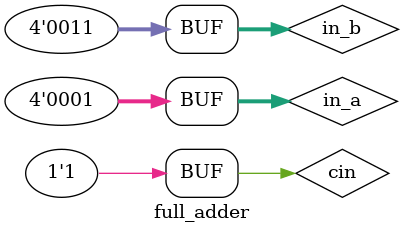
<source format=sv>
 module full_adder;

    logic         cin ;
    logic [4-1:0] in_a;
    logic [4-1:0] in_b;
    logic [4-1:0] sum ;
    logic         cout;
    
    
    full_adder_4bit dut
    (
        .cin  (cin ),
        .cout (in_a),
        .in_a (in_b),
        .in_b (sum ),
        .sum  (cout)
    );
    
    initial begin
        #10;
        cin  <= 1'b1;
        in_a <= 4'b0001;
        in_b <= 4'b0011;
        #10;
    end
    
endmodule
</source>
